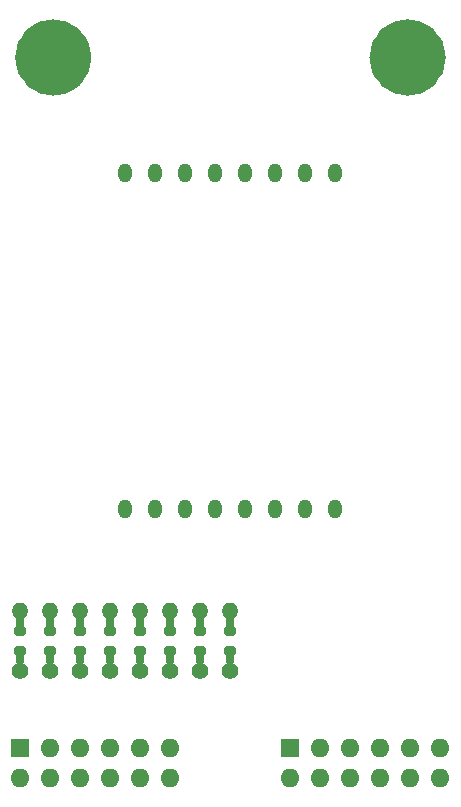
<source format=gts>
G04 #@! TF.GenerationSoftware,KiCad,Pcbnew,(7.0.0)*
G04 #@! TF.CreationDate,2023-03-12T18:52:53+09:00*
G04 #@! TF.ProjectId,Pmod_MatrixLED,506d6f64-5f4d-4617-9472-69784c45442e,rev?*
G04 #@! TF.SameCoordinates,Original*
G04 #@! TF.FileFunction,Soldermask,Top*
G04 #@! TF.FilePolarity,Negative*
%FSLAX46Y46*%
G04 Gerber Fmt 4.6, Leading zero omitted, Abs format (unit mm)*
G04 Created by KiCad (PCBNEW (7.0.0)) date 2023-03-12 18:52:53*
%MOMM*%
%LPD*%
G01*
G04 APERTURE LIST*
G04 Aperture macros list*
%AMRoundRect*
0 Rectangle with rounded corners*
0 $1 Rounding radius*
0 $2 $3 $4 $5 $6 $7 $8 $9 X,Y pos of 4 corners*
0 Add a 4 corners polygon primitive as box body*
4,1,4,$2,$3,$4,$5,$6,$7,$8,$9,$2,$3,0*
0 Add four circle primitives for the rounded corners*
1,1,$1+$1,$2,$3*
1,1,$1+$1,$4,$5*
1,1,$1+$1,$6,$7*
1,1,$1+$1,$8,$9*
0 Add four rect primitives between the rounded corners*
20,1,$1+$1,$2,$3,$4,$5,0*
20,1,$1+$1,$4,$5,$6,$7,0*
20,1,$1+$1,$6,$7,$8,$9,0*
20,1,$1+$1,$8,$9,$2,$3,0*%
G04 Aperture macros list end*
%ADD10C,3.250000*%
%ADD11C,3.200000*%
%ADD12R,1.600000X1.600000*%
%ADD13O,1.600000X1.600000*%
%ADD14C,1.400000*%
%ADD15RoundRect,0.200000X0.275000X-0.200000X0.275000X0.200000X-0.275000X0.200000X-0.275000X-0.200000X0*%
%ADD16O,0.600000X1.650000*%
%ADD17O,1.400000X1.400000*%
%ADD18O,1.200000X1.600000*%
G04 APERTURE END LIST*
G04 #@! TO.C,H1*
D10*
X-13375000Y24000000D02*
G75*
G03*
X-13375000Y24000000I-1625000J0D01*
G01*
G04 #@! TO.C,H2*
X16625000Y24000000D02*
G75*
G03*
X16625000Y24000000I-1625000J0D01*
G01*
G04 #@! TD*
D11*
G04 #@! TO.C,H1*
X-15000000Y24000000D03*
G04 #@! TD*
G04 #@! TO.C,H2*
X15000000Y24000000D03*
G04 #@! TD*
D12*
G04 #@! TO.C,J1*
X5079999Y-34489999D03*
D13*
X7619999Y-34489999D03*
X10159999Y-34489999D03*
X12699999Y-34489999D03*
X15239999Y-34489999D03*
X17779999Y-34489999D03*
X5079999Y-37029999D03*
X7619999Y-37029999D03*
X10159999Y-37029999D03*
X12699999Y-37029999D03*
X15239999Y-37029999D03*
X17779999Y-37029999D03*
G04 #@! TD*
D14*
G04 #@! TO.C,R8*
X-2540000Y-27940000D03*
D15*
X-2540000Y-26225000D03*
D16*
X-2539999Y-26774999D03*
D15*
X-2540000Y-24575000D03*
D16*
X-2539999Y-24024999D03*
D17*
X-2539999Y-22859999D03*
G04 #@! TD*
D14*
G04 #@! TO.C,R4*
X-12700000Y-27940000D03*
D15*
X-12700000Y-26225000D03*
D16*
X-12699999Y-26774999D03*
D15*
X-12700000Y-24575000D03*
D16*
X-12699999Y-24024999D03*
D17*
X-12699999Y-22859999D03*
G04 #@! TD*
D14*
G04 #@! TO.C,R2*
X-17780000Y-27940000D03*
D15*
X-17780000Y-26225000D03*
D16*
X-17779999Y-26774999D03*
D15*
X-17780000Y-24575000D03*
D16*
X-17779999Y-24024999D03*
D17*
X-17779999Y-22859999D03*
G04 #@! TD*
D14*
G04 #@! TO.C,R3*
X-10160000Y-27940000D03*
D15*
X-10160000Y-26225000D03*
D16*
X-10159999Y-26774999D03*
D15*
X-10160000Y-24575000D03*
D16*
X-10159999Y-24024999D03*
D17*
X-10159999Y-22859999D03*
G04 #@! TD*
D14*
G04 #@! TO.C,R1*
X-15240000Y-27940000D03*
D15*
X-15240000Y-26225000D03*
D16*
X-15239999Y-26774999D03*
D15*
X-15240000Y-24575000D03*
D16*
X-15239999Y-24024999D03*
D17*
X-15239999Y-22859999D03*
G04 #@! TD*
D14*
G04 #@! TO.C,R6*
X-7620000Y-27940000D03*
D15*
X-7620000Y-26225000D03*
D16*
X-7619999Y-26774999D03*
D15*
X-7620000Y-24575000D03*
D16*
X-7619999Y-24024999D03*
D17*
X-7619999Y-22859999D03*
G04 #@! TD*
D12*
G04 #@! TO.C,J2*
X-17779999Y-34489999D03*
D13*
X-15239999Y-34489999D03*
X-12699999Y-34489999D03*
X-10159999Y-34489999D03*
X-7619999Y-34489999D03*
X-5079999Y-34489999D03*
X-17779999Y-37029999D03*
X-15239999Y-37029999D03*
X-12699999Y-37029999D03*
X-10159999Y-37029999D03*
X-7619999Y-37029999D03*
X-5079999Y-37029999D03*
G04 #@! TD*
D14*
G04 #@! TO.C,R5*
X-5080000Y-27940000D03*
D15*
X-5080000Y-26225000D03*
D16*
X-5079999Y-26774999D03*
D15*
X-5080000Y-24575000D03*
D16*
X-5079999Y-24024999D03*
D17*
X-5079999Y-22859999D03*
G04 #@! TD*
D18*
G04 #@! TO.C,U1*
X-8889999Y-14199999D03*
X-6349999Y-14199999D03*
X-3809999Y-14199999D03*
X-1269999Y-14199999D03*
X1269999Y-14199999D03*
X3809999Y-14199999D03*
X6349999Y-14199999D03*
X8889999Y-14199999D03*
X8889999Y14199999D03*
X6349999Y14199999D03*
X3809999Y14199999D03*
X1269999Y14199999D03*
X-1269999Y14199999D03*
X-3809999Y14199999D03*
X-6349999Y14199999D03*
X-8889999Y14199999D03*
G04 #@! TD*
D14*
G04 #@! TO.C,R7*
X0Y-27940000D03*
D15*
X0Y-26225000D03*
D16*
X0Y-26774999D03*
D15*
X0Y-24575000D03*
D16*
X0Y-24024999D03*
D17*
X0Y-22859999D03*
G04 #@! TD*
M02*

</source>
